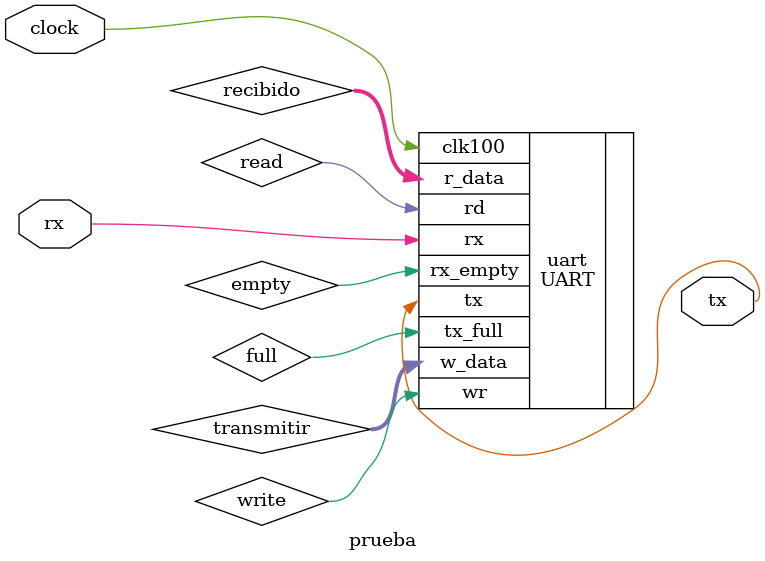
<source format=v>
`timescale 1ns / 1ps
module prueba(	input clock,
								input rx,
								output tx
								//output recibido
								);

	wire read, write, empty, full;
	wire [7:0] transmitir, recibido;
	
	
	
	UART uart(.clk100(clock),
				.rd(read),
				.wr(write),
				.w_data(transmitir),
				.rx(rx),
				.tx(tx),
				.r_data(recibido),
				.rx_empty(empty),
				.tx_full(full)
    );
	 
	 
	

	 
	/* test tst(.clk(clock),
				.r_data(recibido),
				.rx_empty(empty),
				.tx_full(full),
				//.pulsador_enviar(pulsador_enviar),
				.rd(read),
				.w_data(transmitir),
				.wr(write)
    );*/


endmodule

</source>
